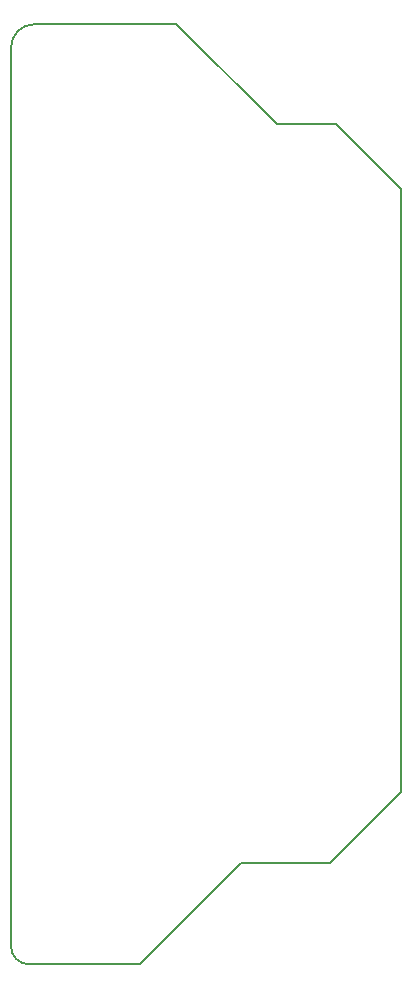
<source format=gko>
G04*
G04 #@! TF.GenerationSoftware,Altium Limited,Altium Designer,20.0.12 (288)*
G04*
G04 Layer_Color=16711935*
%FSLAX44Y44*%
%MOMM*%
G71*
G01*
G75*
%ADD10C,0.2000*%
D10*
X20072Y796000D02*
G03*
X-0Y775929I0J-20072D01*
G01*
X0Y15000D02*
G03*
X15000Y0I15000J0D01*
G01*
X275000Y711000D02*
X330000Y656000D01*
X270000Y86000D02*
X330000Y146000D01*
X330000Y656000D02*
X330000Y146000D01*
X225000Y711000D02*
X275000D01*
X195000Y86000D02*
X270000D01*
X140000Y796000D02*
X225000Y711000D01*
X109000Y0D02*
X195000Y86000D01*
X-0Y775929D02*
X0Y15000D01*
X20072Y796000D02*
X140000D01*
X15000Y0D02*
X109000D01*
M02*

</source>
